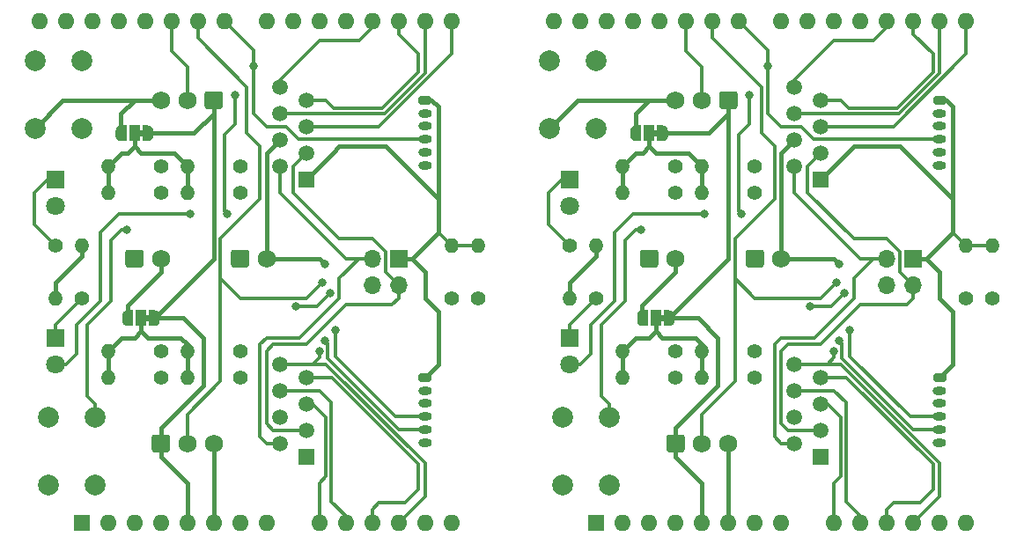
<source format=gbl>
%MOIN*%
%OFA0B0*%
%FSLAX46Y46*%
%IPPOS*%
%LPD*%
%ADD10C,0.0039370078740157488*%
%ADD11C,0.0039370078740157488*%
%ADD12R,0.03937007874015748X0.059055118110236227*%
%ADD13C,0.055118110236220472*%
%ADD14O,0.055118110236220472X0.055118110236220472*%
%ADD15O,0.062992125984251982X0.062992125984251982*%
%ADD16R,0.062992125984251982X0.062992125984251982*%
%ADD17C,0.070866141732283464*%
%ADD18R,0.070866141732283464X0.070866141732283464*%
%ADD19R,0.066929133858267723X0.066929133858267723*%
%ADD20O,0.066929133858267723X0.066929133858267723*%
%ADD21O,0.051181102362204731X0.031496062992125991*%
%ADD22C,0.068503937007874022*%
%ADD23R,0.059055118110236227X0.059055118110236227*%
%ADD24C,0.059055118110236227*%
%ADD25C,0.07874015748031496*%
%ADD26C,0.031496062992125991*%
%ADD27C,0.016*%
%ADD28C,0.012000000000000002*%
%ADD39C,0.0039370078740157488*%
%ADD40C,0.0039370078740157488*%
%ADD41R,0.03937007874015748X0.059055118110236227*%
%ADD42C,0.055118110236220472*%
%ADD43O,0.055118110236220472X0.055118110236220472*%
%ADD44O,0.062992125984251982X0.062992125984251982*%
%ADD45R,0.062992125984251982X0.062992125984251982*%
%ADD46C,0.070866141732283464*%
%ADD47R,0.070866141732283464X0.070866141732283464*%
%ADD48R,0.066929133858267723X0.066929133858267723*%
%ADD49O,0.066929133858267723X0.066929133858267723*%
%ADD50O,0.051181102362204731X0.031496062992125991*%
%ADD51C,0.068503937007874022*%
%ADD52R,0.059055118110236227X0.059055118110236227*%
%ADD53C,0.059055118110236227*%
%ADD54C,0.07874015748031496*%
%ADD55C,0.031496062992125991*%
%ADD56C,0.016*%
%ADD57C,0.012000000000000002*%
%LPD*%
G01*
D10*
G36*
X0000509842Y0001573031D02*
G01*
X0000490157Y0001573031D01*
X0000490157Y0001549409D01*
X0000509842Y0001549409D01*
X0000509842Y0001573031D01*
G37*
G36*
X0000534842Y0000873031D02*
G01*
X0000515157Y0000873031D01*
X0000515157Y0000849409D01*
X0000534842Y0000849409D01*
X0000534842Y0000873031D01*
G37*
D11*
G36*
X0000503937Y0001590748D02*
G01*
X0000525590Y0001590748D01*
X0000525590Y0001590724D01*
X0000526556Y0001590724D01*
X0000528478Y0001590534D01*
X0000530373Y0001590158D01*
X0000532222Y0001589597D01*
X0000534007Y0001588858D01*
X0000535710Y0001587947D01*
X0000537316Y0001586874D01*
X0000538810Y0001585648D01*
X0000540176Y0001584282D01*
X0000541401Y0001582789D01*
X0000542474Y0001581183D01*
X0000543385Y0001579479D01*
X0000544124Y0001577694D01*
X0000544685Y0001575846D01*
X0000545062Y0001573951D01*
X0000545251Y0001572028D01*
X0000545251Y0001571062D01*
X0000545275Y0001571062D01*
X0000545275Y0001551377D01*
X0000545251Y0001551377D01*
X0000545251Y0001550412D01*
X0000545062Y0001548489D01*
X0000544685Y0001546594D01*
X0000544124Y0001544746D01*
X0000543385Y0001542961D01*
X0000542474Y0001541257D01*
X0000541401Y0001539651D01*
X0000540176Y0001538158D01*
X0000538810Y0001536792D01*
X0000537316Y0001535566D01*
X0000535710Y0001534493D01*
X0000534007Y0001533582D01*
X0000532222Y0001532843D01*
X0000530373Y0001532282D01*
X0000528478Y0001531905D01*
X0000526556Y0001531716D01*
X0000525590Y0001531716D01*
X0000525590Y0001531692D01*
X0000503937Y0001531692D01*
X0000503937Y0001590748D01*
G37*
D12*
X0000474409Y0001561220D03*
D11*
G36*
X0000423228Y0001531716D02*
G01*
X0000422262Y0001531716D01*
X0000420339Y0001531905D01*
X0000418445Y0001532282D01*
X0000416596Y0001532843D01*
X0000414811Y0001533582D01*
X0000413108Y0001534493D01*
X0000411501Y0001535566D01*
X0000410008Y0001536792D01*
X0000408642Y0001538158D01*
X0000407417Y0001539651D01*
X0000406343Y0001541257D01*
X0000405433Y0001542961D01*
X0000404693Y0001544746D01*
X0000404133Y0001546594D01*
X0000403756Y0001548489D01*
X0000403566Y0001550412D01*
X0000403566Y0001551377D01*
X0000403543Y0001551377D01*
X0000403543Y0001571062D01*
X0000403566Y0001571062D01*
X0000403566Y0001572028D01*
X0000403756Y0001573951D01*
X0000404133Y0001575846D01*
X0000404693Y0001577694D01*
X0000405433Y0001579479D01*
X0000406343Y0001581183D01*
X0000407417Y0001582789D01*
X0000408642Y0001584282D01*
X0000410008Y0001585648D01*
X0000411501Y0001586874D01*
X0000413108Y0001587947D01*
X0000414811Y0001588858D01*
X0000416596Y0001589597D01*
X0000418445Y0001590158D01*
X0000420339Y0001590534D01*
X0000422262Y0001590724D01*
X0000423228Y0001590724D01*
X0000423228Y0001590748D01*
X0000444881Y0001590748D01*
X0000444881Y0001531692D01*
X0000423228Y0001531692D01*
X0000423228Y0001531716D01*
G37*
G36*
X0000528937Y0000890748D02*
G01*
X0000550590Y0000890748D01*
X0000550590Y0000890724D01*
X0000551556Y0000890724D01*
X0000553478Y0000890534D01*
X0000555373Y0000890158D01*
X0000557222Y0000889597D01*
X0000559007Y0000888858D01*
X0000560710Y0000887947D01*
X0000562316Y0000886874D01*
X0000563810Y0000885648D01*
X0000565176Y0000884282D01*
X0000566401Y0000882789D01*
X0000567474Y0000881183D01*
X0000568385Y0000879479D01*
X0000569124Y0000877694D01*
X0000569685Y0000875846D01*
X0000570062Y0000873951D01*
X0000570251Y0000872028D01*
X0000570251Y0000871062D01*
X0000570275Y0000871062D01*
X0000570275Y0000851377D01*
X0000570251Y0000851377D01*
X0000570251Y0000850412D01*
X0000570062Y0000848489D01*
X0000569685Y0000846594D01*
X0000569124Y0000844746D01*
X0000568385Y0000842961D01*
X0000567474Y0000841257D01*
X0000566401Y0000839651D01*
X0000565176Y0000838158D01*
X0000563810Y0000836792D01*
X0000562316Y0000835566D01*
X0000560710Y0000834493D01*
X0000559007Y0000833582D01*
X0000557222Y0000832843D01*
X0000555373Y0000832282D01*
X0000553478Y0000831905D01*
X0000551556Y0000831716D01*
X0000550590Y0000831716D01*
X0000550590Y0000831692D01*
X0000528937Y0000831692D01*
X0000528937Y0000890748D01*
G37*
D12*
X0000499409Y0000861220D03*
D11*
G36*
X0000448228Y0000831716D02*
G01*
X0000447262Y0000831716D01*
X0000445339Y0000831905D01*
X0000443445Y0000832282D01*
X0000441596Y0000832843D01*
X0000439811Y0000833582D01*
X0000438108Y0000834493D01*
X0000436501Y0000835566D01*
X0000435008Y0000836792D01*
X0000433642Y0000838158D01*
X0000432417Y0000839651D01*
X0000431343Y0000841257D01*
X0000430433Y0000842961D01*
X0000429694Y0000844746D01*
X0000429133Y0000846594D01*
X0000428756Y0000848489D01*
X0000428567Y0000850412D01*
X0000428567Y0000851377D01*
X0000428543Y0000851377D01*
X0000428543Y0000871062D01*
X0000428567Y0000871062D01*
X0000428567Y0000872028D01*
X0000428756Y0000873951D01*
X0000429133Y0000875846D01*
X0000429694Y0000877694D01*
X0000430433Y0000879479D01*
X0000431343Y0000881183D01*
X0000432417Y0000882789D01*
X0000433642Y0000884282D01*
X0000435008Y0000885648D01*
X0000436501Y0000886874D01*
X0000438108Y0000887947D01*
X0000439811Y0000888858D01*
X0000441596Y0000889597D01*
X0000443445Y0000890158D01*
X0000445339Y0000890534D01*
X0000447262Y0000890724D01*
X0000448228Y0000890724D01*
X0000448228Y0000890748D01*
X0000469881Y0000890748D01*
X0000469881Y0000831692D01*
X0000448228Y0000831692D01*
X0000448228Y0000831716D01*
G37*
D13*
X0000874409Y0000636220D03*
D14*
X0000674409Y0000636220D03*
D13*
X0000174409Y0001136220D03*
D14*
X0000174409Y0000936220D03*
D13*
X0000274409Y0000936220D03*
D14*
X0000274409Y0001136220D03*
D13*
X0000574409Y0000636220D03*
D14*
X0000374409Y0000636220D03*
D13*
X0000574409Y0000736220D03*
D14*
X0000374409Y0000736220D03*
D13*
X0000874409Y0000736220D03*
D14*
X0000674409Y0000736220D03*
D13*
X0000874409Y0001336220D03*
D14*
X0000674409Y0001336220D03*
D13*
X0000574409Y0001336220D03*
D14*
X0000374409Y0001336220D03*
D13*
X0000874409Y0001436220D03*
D14*
X0000674409Y0001436220D03*
D13*
X0000574409Y0001436220D03*
D14*
X0000374409Y0001436220D03*
D15*
X0001574409Y0001986220D03*
X0001674409Y0001986220D03*
X0001674409Y0000086220D03*
X0001574409Y0000086220D03*
X0000314566Y0001986220D03*
X0001474409Y0000086220D03*
X0000414566Y0001986220D03*
X0001374409Y0000086220D03*
X0000514566Y0001986220D03*
X0001274409Y0000086220D03*
X0000614566Y0001986220D03*
X0001174409Y0000086220D03*
X0000714566Y0001986220D03*
X0000974409Y0000086220D03*
X0000814566Y0001986220D03*
X0000874409Y0000086220D03*
X0000974409Y0001986220D03*
X0000774409Y0000086220D03*
X0001074409Y0001986220D03*
X0000674409Y0000086220D03*
X0001174409Y0001986220D03*
X0000574409Y0000086220D03*
X0001274409Y0001986220D03*
X0000474409Y0000086220D03*
X0001374409Y0001986220D03*
X0000374409Y0000086220D03*
X0001474409Y0001986220D03*
D16*
X0000274409Y0000086220D03*
D15*
X0000114566Y0001986220D03*
X0000214566Y0001986220D03*
D17*
X0000174409Y0001286220D03*
D18*
X0000174409Y0001386220D03*
X0000174409Y0000786220D03*
D17*
X0000174409Y0000686220D03*
D19*
X0001474409Y0001086220D03*
D20*
X0001374409Y0001086220D03*
X0001474409Y0000986220D03*
X0001374409Y0000986220D03*
G36*
G01*
X0001556692Y0000651968D02*
X0001592125Y0000651968D01*
G75*
G02*
X0001599999Y0000644094J-0000007874D01*
G01*
X0001599999Y0000628346D01*
G75*
G02*
X0001592125Y0000620472I-0000007874D01*
G01*
X0001556692Y0000620472D01*
G75*
G02*
X0001548818Y0000628346J0000007874D01*
G01*
X0001548818Y0000644094D01*
G75*
G02*
X0001556692Y0000651968I0000007874D01*
G01*
G37*
D21*
X0001574409Y0000587007D03*
X0001574409Y0000537795D03*
X0001574409Y0000488582D03*
X0001574409Y0000439370D03*
X0001574409Y0000390157D03*
G36*
G01*
X0000440157Y0001061810D02*
X0000440157Y0001110629D01*
G75*
G02*
X0000449999Y0001120472I0000009842D01*
G01*
X0000498818Y0001120472D01*
G75*
G02*
X0000508661Y0001110629J-0000009842D01*
G01*
X0000508661Y0001061810D01*
G75*
G02*
X0000498818Y0001051968I-0000009842D01*
G01*
X0000449999Y0001051968D01*
G75*
G02*
X0000440157Y0001061810J0000009842D01*
G01*
G37*
D22*
X0000574409Y0001086220D03*
G36*
G01*
X0000540157Y0000361810D02*
X0000540157Y0000410629D01*
G75*
G02*
X0000549999Y0000420472I0000009842D01*
G01*
X0000598818Y0000420472D01*
G75*
G02*
X0000608661Y0000410629J-0000009842D01*
G01*
X0000608661Y0000361810D01*
G75*
G02*
X0000598818Y0000351968I-0000009842D01*
G01*
X0000549999Y0000351968D01*
G75*
G02*
X0000540157Y0000361810J0000009842D01*
G01*
G37*
X0000674409Y0000386220D03*
X0000774409Y0000386220D03*
X0000574409Y0001686220D03*
X0000674409Y0001686220D03*
G36*
G01*
X0000808661Y0001710629D02*
X0000808661Y0001661810D01*
G75*
G02*
X0000798818Y0001651968I-0000009842D01*
G01*
X0000749999Y0001651968D01*
G75*
G02*
X0000740157Y0001661810J0000009842D01*
G01*
X0000740157Y0001710629D01*
G75*
G02*
X0000749999Y0001720472I0000009842D01*
G01*
X0000798818Y0001720472D01*
G75*
G02*
X0000808661Y0001710629J-0000009842D01*
G01*
G37*
D23*
X0001124409Y0000336220D03*
D24*
X0001024409Y0000386220D03*
X0001124409Y0000436220D03*
X0001024409Y0000486220D03*
X0001124409Y0000536220D03*
X0001024409Y0000586220D03*
X0001124409Y0000636220D03*
X0001024409Y0000686220D03*
X0001024409Y0001736220D03*
X0001124409Y0001686220D03*
X0001024409Y0001636220D03*
X0001124409Y0001586220D03*
X0001024409Y0001536220D03*
X0001124409Y0001486220D03*
X0001024409Y0001436220D03*
D23*
X0001124409Y0001386220D03*
D21*
X0001574409Y0001440157D03*
X0001574409Y0001489370D03*
X0001574409Y0001538582D03*
X0001574409Y0001587795D03*
X0001574409Y0001637007D03*
G36*
G01*
X0001556692Y0001701968D02*
X0001592125Y0001701968D01*
G75*
G02*
X0001599999Y0001694094J-0000007874D01*
G01*
X0001599999Y0001678346D01*
G75*
G02*
X0001592125Y0001670472I-0000007874D01*
G01*
X0001556692Y0001670472D01*
G75*
G02*
X0001548818Y0001678346J0000007874D01*
G01*
X0001548818Y0001694094D01*
G75*
G02*
X0001556692Y0001701968I0000007874D01*
G01*
G37*
D22*
X0000974409Y0001086220D03*
G36*
G01*
X0000840157Y0001061810D02*
X0000840157Y0001110629D01*
G75*
G02*
X0000849999Y0001120472I0000009842D01*
G01*
X0000898818Y0001120472D01*
G75*
G02*
X0000908661Y0001110629J-0000009842D01*
G01*
X0000908661Y0001061810D01*
G75*
G02*
X0000898818Y0001051968I-0000009842D01*
G01*
X0000849999Y0001051968D01*
G75*
G02*
X0000840157Y0001061810J0000009842D01*
G01*
G37*
D25*
X0000097244Y0001836220D03*
X0000274409Y0001836220D03*
X0000097244Y0001580314D03*
X0000274409Y0001580314D03*
X0000324409Y0000230314D03*
X0000147244Y0000230314D03*
X0000324409Y0000486220D03*
X0000147244Y0000486220D03*
D13*
X0001674409Y0000936220D03*
D14*
X0001674409Y0001136220D03*
X0001774409Y0001136220D03*
D13*
X0001774409Y0000936220D03*
D26*
X0001194409Y0001066220D03*
X0000924409Y0001816220D03*
X0000854409Y0001706220D03*
X0000824409Y0001256220D03*
X0000684409Y0001256220D03*
X0001194409Y0000776220D03*
X0001184409Y0000996220D03*
X0000444409Y0001196220D03*
X0001234409Y0000816220D03*
X0001214409Y0000956220D03*
X0001084409Y0000906220D03*
X0001174409Y0000736220D03*
D27*
X0000774409Y0000086220D02*
X0000774409Y0000386220D01*
X0000448228Y0000861220D02*
X0000448228Y0000910039D01*
X0000574409Y0001036220D02*
X0000574409Y0001086220D01*
X0000448228Y0000910039D02*
X0000574409Y0001036220D01*
X0000574409Y0001686220D02*
X0000484409Y0001686220D01*
X0000484409Y0001686220D02*
X0000474409Y0001686220D01*
X0000423228Y0001635039D02*
X0000423228Y0001561220D01*
X0000474409Y0001686220D02*
X0000423228Y0001635039D01*
X0000974409Y0001086220D02*
X0000974409Y0001486220D01*
X0000974409Y0001486220D02*
X0001024409Y0001536220D01*
X0000274409Y0001136220D02*
X0000274409Y0001096220D01*
X0000174409Y0000996220D02*
X0000174409Y0000936220D01*
X0000274409Y0001096220D02*
X0000174409Y0000996220D01*
X0000974409Y0001086220D02*
X0001174409Y0001086220D01*
X0001174409Y0001086220D02*
X0001194409Y0001066220D01*
X0000484409Y0001686220D02*
X0000203149Y0001686220D01*
X0000203149Y0001686220D02*
X0000097244Y0001580314D01*
D28*
X0001374409Y0001086220D02*
X0001324409Y0001086220D01*
X0000974409Y0000386220D02*
X0001024409Y0000386220D01*
X0000949409Y0000411220D02*
X0000974409Y0000386220D01*
X0000949409Y0000761220D02*
X0000949409Y0000411220D01*
X0000974409Y0000786220D02*
X0000949409Y0000761220D01*
X0001099409Y0000786220D02*
X0000974409Y0000786220D01*
X0001249409Y0000936220D02*
X0001099409Y0000786220D01*
X0001249409Y0001011220D02*
X0001249409Y0000936220D01*
X0001324409Y0001086220D02*
X0001249409Y0001011220D01*
X0001374409Y0001086220D02*
X0001274409Y0001086220D01*
X0001024409Y0001336220D02*
X0001024409Y0001436220D01*
X0001274409Y0001086220D02*
X0001024409Y0001336220D01*
X0001124409Y0000436220D02*
X0000999409Y0000436220D01*
X0001474409Y0000936220D02*
X0001474409Y0000986220D01*
X0001449409Y0000911220D02*
X0001474409Y0000936220D01*
X0001274409Y0000911220D02*
X0001449409Y0000911220D01*
X0001124409Y0000761220D02*
X0001274409Y0000911220D01*
X0000999409Y0000761220D02*
X0001124409Y0000761220D01*
X0000974409Y0000736220D02*
X0000999409Y0000761220D01*
X0000974409Y0000461220D02*
X0000974409Y0000736220D01*
X0000999409Y0000436220D02*
X0000974409Y0000461220D01*
X0001474409Y0000986220D02*
X0001424409Y0001036220D01*
X0001074409Y0001436220D02*
X0001124409Y0001486220D01*
X0001074409Y0001336220D02*
X0001074409Y0001436220D01*
X0001249409Y0001161220D02*
X0001074409Y0001336220D01*
X0001374409Y0001161220D02*
X0001249409Y0001161220D01*
X0001424409Y0001111220D02*
X0001374409Y0001161220D01*
X0001424409Y0001036220D02*
X0001424409Y0001111220D01*
X0000174409Y0001386220D02*
X0000144409Y0001386220D01*
X0000094409Y0001216220D02*
X0000174409Y0001136220D01*
X0000094409Y0001336220D02*
X0000094409Y0001216220D01*
X0000144409Y0001386220D02*
X0000094409Y0001336220D01*
X0001474409Y0001986220D02*
X0001474409Y0001936220D01*
X0001199409Y0001686220D02*
X0001124409Y0001686220D01*
X0001229535Y0001656094D02*
X0001199409Y0001686220D01*
X0001413071Y0001656094D02*
X0001229535Y0001656094D01*
X0001549409Y0001792432D02*
X0001413071Y0001656094D01*
X0001549409Y0001861220D02*
X0001549409Y0001792432D01*
X0001474409Y0001936220D02*
X0001549409Y0001861220D01*
X0001374409Y0001986220D02*
X0001374409Y0001961220D01*
X0001024409Y0001761220D02*
X0001024409Y0001736220D01*
X0001174409Y0001911220D02*
X0001024409Y0001761220D01*
X0001324409Y0001911220D02*
X0001174409Y0001911220D01*
X0001374409Y0001961220D02*
X0001324409Y0001911220D01*
D27*
X0000574409Y0000386220D02*
X0000574409Y0000336220D01*
X0000674409Y0000236220D02*
X0000674409Y0000086220D01*
X0000574409Y0000336220D02*
X0000674409Y0000236220D01*
X0001574409Y0000636220D02*
X0001624409Y0000686220D01*
X0001574409Y0001036220D02*
X0001524409Y0001086220D01*
X0001574409Y0000936220D02*
X0001574409Y0001036220D01*
X0001624409Y0000886220D02*
X0001574409Y0000936220D01*
X0001624409Y0000686220D02*
X0001624409Y0000886220D01*
X0001474409Y0001086220D02*
X0001524409Y0001086220D01*
X0001524409Y0001086220D02*
X0001624409Y0001186220D01*
X0001624409Y0001661220D02*
X0001624409Y0001636220D01*
X0001599409Y0001686220D02*
X0001624409Y0001661220D01*
X0001599409Y0001686220D02*
X0001574409Y0001686220D01*
X0001624409Y0001186220D02*
X0001624409Y0001311220D01*
X0001624409Y0001311220D02*
X0001624409Y0001636220D01*
X0000525590Y0001561220D02*
X0000699409Y0001561220D01*
X0000774409Y0001636220D02*
X0000774409Y0001686220D01*
X0000699409Y0001561220D02*
X0000774409Y0001636220D01*
X0000774409Y0001686220D02*
X0000774409Y0001085039D01*
X0000774409Y0001085039D02*
X0000550590Y0000861220D01*
X0001124409Y0001386220D02*
X0001224409Y0001486220D01*
X0001424409Y0001511220D02*
X0001624409Y0001311220D01*
X0001249409Y0001511220D02*
X0001424409Y0001511220D01*
X0001224409Y0001486220D02*
X0001249409Y0001511220D01*
X0000574409Y0000386220D02*
X0000574409Y0000446220D01*
X0000659409Y0000861220D02*
X0000550590Y0000861220D01*
X0000734409Y0000786220D02*
X0000659409Y0000861220D01*
X0000734409Y0000606220D02*
X0000734409Y0000786220D01*
X0000574409Y0000446220D02*
X0000734409Y0000606220D01*
D28*
X0001774409Y0001136220D02*
X0001674409Y0001136220D01*
X0001674409Y0001136220D02*
X0001624409Y0001186220D01*
X0001574409Y0001538582D02*
X0001097047Y0001538582D01*
X0000924409Y0001876377D02*
X0000814566Y0001986220D01*
X0000924409Y0001636220D02*
X0000924409Y0001816220D01*
X0000924409Y0001816220D02*
X0000924409Y0001876377D01*
X0000974409Y0001586220D02*
X0000924409Y0001636220D01*
X0001049409Y0001586220D02*
X0000974409Y0001586220D01*
X0001097047Y0001538582D02*
X0001049409Y0001586220D01*
X0000174409Y0000686220D02*
X0000214409Y0000686220D01*
X0000854409Y0001596220D02*
X0000854409Y0001706220D01*
X0000814409Y0001556220D02*
X0000854409Y0001596220D01*
X0000814409Y0001266220D02*
X0000814409Y0001556220D01*
X0000824409Y0001256220D02*
X0000814409Y0001266220D01*
X0000214409Y0000686220D02*
X0000254409Y0000726220D01*
X0000254409Y0000726220D02*
X0000254409Y0000836220D01*
X0000254409Y0000836220D02*
X0000344409Y0000926220D01*
X0000344409Y0000926220D02*
X0000344409Y0001186220D01*
X0000344409Y0001186220D02*
X0000414409Y0001256220D01*
X0000414409Y0001256220D02*
X0000684409Y0001256220D01*
X0000714566Y0001986220D02*
X0000714566Y0001921062D01*
X0000714566Y0001921062D02*
X0000899409Y0001736220D01*
X0000899409Y0001736220D02*
X0000899409Y0001561220D01*
X0000899409Y0001561220D02*
X0000949409Y0001511220D01*
X0000949409Y0001511220D02*
X0000949409Y0001311220D01*
X0000949409Y0001311220D02*
X0000799409Y0001161220D01*
X0000799409Y0001161220D02*
X0000799409Y0001011220D01*
X0000674409Y0000496220D02*
X0000674409Y0000386220D01*
X0000799409Y0001011220D02*
X0000799409Y0000621220D01*
X0000799409Y0000621220D02*
X0000674409Y0000496220D01*
X0001574409Y0000439370D02*
X0001474366Y0000439370D01*
X0001204409Y0000709326D02*
X0001224409Y0000689326D01*
X0001204409Y0000766220D02*
X0001204409Y0000709326D01*
X0001194409Y0000776220D02*
X0001204409Y0000766220D01*
X0001474366Y0000439370D02*
X0001224409Y0000689326D01*
X0000964409Y0000936220D02*
X0000874409Y0000936220D01*
X0001124409Y0000936220D02*
X0001024409Y0000936220D01*
X0001184409Y0000996220D02*
X0001124409Y0000936220D01*
X0001024409Y0000936220D02*
X0000964409Y0000936220D01*
X0000874409Y0000936220D02*
X0000799409Y0001011220D01*
X0000614566Y0001986220D02*
X0000614566Y0001871062D01*
X0000674409Y0001811220D02*
X0000674409Y0001686220D01*
X0000614566Y0001871062D02*
X0000674409Y0001811220D01*
X0000324409Y0000486220D02*
X0000324409Y0000536220D01*
X0000424409Y0001196220D02*
X0000444409Y0001196220D01*
X0000384409Y0001156220D02*
X0000424409Y0001196220D01*
X0000384409Y0000926220D02*
X0000384409Y0001156220D01*
X0000294409Y0000836220D02*
X0000384409Y0000926220D01*
X0000294409Y0000566220D02*
X0000294409Y0000836220D01*
X0000324409Y0000536220D02*
X0000294409Y0000566220D01*
X0001574409Y0000488582D02*
X0001462047Y0000488582D01*
X0001234409Y0000716220D02*
X0001234409Y0000816220D01*
X0001462047Y0000488582D02*
X0001234409Y0000716220D01*
X0001214409Y0000956220D02*
X0001164409Y0000906220D01*
X0001164409Y0000906220D02*
X0001084409Y0000906220D01*
X0001124409Y0001586220D02*
X0001399409Y0001586220D01*
X0001674409Y0001861220D02*
X0001674409Y0001986220D01*
X0001399409Y0001586220D02*
X0001674409Y0001861220D01*
X0001574409Y0001986220D02*
X0001574409Y0001789326D01*
X0001421303Y0001636220D02*
X0001024409Y0001636220D01*
X0001574409Y0001789326D02*
X0001421303Y0001636220D01*
X0000174409Y0000786220D02*
X0000174409Y0000836220D01*
X0000174409Y0000836220D02*
X0000274409Y0000936220D01*
X0001124409Y0000536220D02*
X0001149409Y0000536220D01*
X0001174409Y0000236220D02*
X0001174409Y0000086220D01*
X0001199409Y0000261220D02*
X0001174409Y0000236220D01*
X0001199409Y0000486220D02*
X0001199409Y0000261220D01*
X0001149409Y0000536220D02*
X0001199409Y0000486220D01*
X0001274409Y0000086220D02*
X0001274409Y0000111220D01*
X0001174409Y0000586220D02*
X0001024409Y0000586220D01*
X0001219283Y0000541346D02*
X0001174409Y0000586220D01*
X0001219283Y0000166346D02*
X0001219283Y0000541346D01*
X0001274409Y0000111220D02*
X0001219283Y0000166346D01*
X0001474409Y0000086220D02*
X0001574409Y0000186220D01*
X0001199409Y0000686220D02*
X0001149409Y0000686220D01*
X0001149409Y0000686220D02*
X0001024409Y0000686220D01*
X0001574409Y0000311220D02*
X0001199409Y0000686220D01*
X0001574409Y0000186220D02*
X0001574409Y0000311220D01*
X0001149409Y0000686220D02*
X0001174409Y0000711220D01*
X0001174409Y0000736220D02*
X0001174409Y0000711220D01*
X0001374409Y0000086220D02*
X0001374409Y0000136220D01*
X0001221303Y0000636220D02*
X0001124409Y0000636220D01*
X0001549409Y0000308114D02*
X0001221303Y0000636220D01*
X0001549409Y0000211220D02*
X0001549409Y0000308114D01*
X0001499409Y0000161220D02*
X0001549409Y0000211220D01*
X0001399409Y0000161220D02*
X0001499409Y0000161220D01*
X0001374409Y0000136220D02*
X0001399409Y0000161220D01*
D27*
X0000374409Y0000636220D02*
X0000374409Y0000736220D01*
X0000374409Y0000736220D02*
X0000424409Y0000786220D01*
X0000474409Y0000786220D02*
X0000499409Y0000811220D01*
X0000424409Y0000786220D02*
X0000474409Y0000786220D01*
X0000499409Y0000811220D02*
X0000499409Y0000861220D01*
X0000674409Y0000636220D02*
X0000674409Y0000736220D01*
X0000674409Y0000736220D02*
X0000674409Y0000761220D01*
X0000524409Y0000786220D02*
X0000499409Y0000811220D01*
X0000649409Y0000786220D02*
X0000524409Y0000786220D01*
X0000674409Y0000761220D02*
X0000649409Y0000786220D01*
X0000374409Y0001336220D02*
X0000374409Y0001436220D01*
X0000374409Y0001436220D02*
X0000424409Y0001486220D01*
X0000424409Y0001486220D02*
X0000449409Y0001486220D01*
X0000449409Y0001486220D02*
X0000474409Y0001511220D01*
X0000474409Y0001511220D02*
X0000474409Y0001561220D01*
X0000674409Y0001336220D02*
X0000674409Y0001436220D01*
X0000674409Y0001436220D02*
X0000624409Y0001486220D01*
X0000624409Y0001486220D02*
X0000499409Y0001486220D01*
X0000499409Y0001486220D02*
X0000474409Y0001511220D01*
G04 next file*
%LPD*%
G04 #@! TF.GenerationSoftware,KiCad,Pcbnew,(5.1.10)-1*
G04 #@! TF.CreationDate,2021-10-24T19:50:33-07:00*
G04 #@! TF.ProjectId,project,70726f6a-6563-4742-9e6b-696361645f70,rev?*
G04 #@! TF.SameCoordinates,Original*
G04 #@! TF.FileFunction,Copper,L2,Bot*
G04 #@! TF.FilePolarity,Positive*
G04 Gerber Fmt 4.6, Leading zero omitted, Abs format (unit mm)*
G04 Created by KiCad (PCBNEW (5.1.10)-1) date 2021-10-24 19:50:33*
G01*
G04 APERTURE LIST*
G04 #@! TA.AperFunction,EtchedComponent*
G04 #@! TD*
G04 #@! TA.AperFunction,SMDPad,CuDef*
G04 #@! TD*
G04 #@! TA.AperFunction,SMDPad,CuDef*
G04 #@! TD*
G04 #@! TA.AperFunction,ComponentPad*
G04 #@! TD*
G04 #@! TA.AperFunction,ComponentPad*
G04 #@! TD*
G04 #@! TA.AperFunction,ComponentPad*
G04 #@! TD*
G04 #@! TA.AperFunction,ComponentPad*
G04 #@! TD*
G04 #@! TA.AperFunction,ComponentPad*
G04 #@! TD*
G04 #@! TA.AperFunction,ComponentPad*
G04 #@! TD*
G04 #@! TA.AperFunction,ComponentPad*
G04 #@! TD*
G04 #@! TA.AperFunction,ComponentPad*
G04 #@! TD*
G04 #@! TA.AperFunction,ComponentPad*
G04 #@! TD*
G04 #@! TA.AperFunction,ComponentPad*
G04 #@! TD*
G04 #@! TA.AperFunction,ComponentPad*
G04 #@! TD*
G04 #@! TA.AperFunction,ComponentPad*
G04 #@! TD*
G04 #@! TA.AperFunction,ComponentPad*
G04 #@! TD*
G04 #@! TA.AperFunction,ViaPad*
G04 #@! TD*
G04 #@! TA.AperFunction,Conductor*
G04 #@! TD*
G04 #@! TA.AperFunction,Conductor*
G04 #@! TD*
G04 APERTURE END LIST*
D39*
G36*
X0002458661Y0001573031D02*
G01*
X0002438976Y0001573031D01*
X0002438976Y0001549409D01*
X0002458661Y0001549409D01*
X0002458661Y0001573031D01*
G37*
G36*
X0002483661Y0000873031D02*
G01*
X0002463976Y0000873031D01*
X0002463976Y0000849409D01*
X0002483661Y0000849409D01*
X0002483661Y0000873031D01*
G37*
G04 #@! TA.AperFunction,SMDPad,CuDef*
D40*
G36*
X0002452755Y0001590748D02*
G01*
X0002474409Y0001590748D01*
X0002474409Y0001590724D01*
X0002475375Y0001590724D01*
X0002477297Y0001590534D01*
X0002479192Y0001590158D01*
X0002481041Y0001589597D01*
X0002482825Y0001588858D01*
X0002484529Y0001587947D01*
X0002486135Y0001586874D01*
X0002487629Y0001585648D01*
X0002488995Y0001584282D01*
X0002490220Y0001582789D01*
X0002491293Y0001581183D01*
X0002492204Y0001579479D01*
X0002492943Y0001577694D01*
X0002493504Y0001575846D01*
X0002493881Y0001573951D01*
X0002494070Y0001572028D01*
X0002494070Y0001571062D01*
X0002494094Y0001571062D01*
X0002494094Y0001551377D01*
X0002494070Y0001551377D01*
X0002494070Y0001550412D01*
X0002493881Y0001548489D01*
X0002493504Y0001546594D01*
X0002492943Y0001544746D01*
X0002492204Y0001542961D01*
X0002491293Y0001541257D01*
X0002490220Y0001539651D01*
X0002488995Y0001538158D01*
X0002487629Y0001536792D01*
X0002486135Y0001535566D01*
X0002484529Y0001534493D01*
X0002482825Y0001533582D01*
X0002481041Y0001532843D01*
X0002479192Y0001532282D01*
X0002477297Y0001531905D01*
X0002475375Y0001531716D01*
X0002474409Y0001531716D01*
X0002474409Y0001531692D01*
X0002452755Y0001531692D01*
X0002452755Y0001590748D01*
G37*
G04 #@! TD.AperFunction*
D41*
X0002423228Y0001561220D03*
G04 #@! TA.AperFunction,SMDPad,CuDef*
D40*
G36*
X0002372047Y0001531716D02*
G01*
X0002371081Y0001531716D01*
X0002369158Y0001531905D01*
X0002367264Y0001532282D01*
X0002365415Y0001532843D01*
X0002363630Y0001533582D01*
X0002361927Y0001534493D01*
X0002360320Y0001535566D01*
X0002358827Y0001536792D01*
X0002357461Y0001538158D01*
X0002356236Y0001539651D01*
X0002355162Y0001541257D01*
X0002354252Y0001542961D01*
X0002353512Y0001544746D01*
X0002352952Y0001546594D01*
X0002352575Y0001548489D01*
X0002352385Y0001550412D01*
X0002352385Y0001551377D01*
X0002352362Y0001551377D01*
X0002352362Y0001571062D01*
X0002352385Y0001571062D01*
X0002352385Y0001572028D01*
X0002352575Y0001573951D01*
X0002352952Y0001575846D01*
X0002353512Y0001577694D01*
X0002354252Y0001579479D01*
X0002355162Y0001581183D01*
X0002356236Y0001582789D01*
X0002357461Y0001584282D01*
X0002358827Y0001585648D01*
X0002360320Y0001586874D01*
X0002361927Y0001587947D01*
X0002363630Y0001588858D01*
X0002365415Y0001589597D01*
X0002367264Y0001590158D01*
X0002369158Y0001590534D01*
X0002371081Y0001590724D01*
X0002372047Y0001590724D01*
X0002372047Y0001590748D01*
X0002393700Y0001590748D01*
X0002393700Y0001531692D01*
X0002372047Y0001531692D01*
X0002372047Y0001531716D01*
G37*
G04 #@! TD.AperFunction*
G04 #@! TA.AperFunction,SMDPad,CuDef*
G36*
X0002477755Y0000890748D02*
G01*
X0002499409Y0000890748D01*
X0002499409Y0000890724D01*
X0002500375Y0000890724D01*
X0002502297Y0000890534D01*
X0002504192Y0000890158D01*
X0002506041Y0000889597D01*
X0002507825Y0000888858D01*
X0002509529Y0000887947D01*
X0002511135Y0000886874D01*
X0002512629Y0000885648D01*
X0002513995Y0000884282D01*
X0002515220Y0000882789D01*
X0002516293Y0000881183D01*
X0002517204Y0000879479D01*
X0002517943Y0000877694D01*
X0002518504Y0000875846D01*
X0002518881Y0000873951D01*
X0002519070Y0000872028D01*
X0002519070Y0000871062D01*
X0002519094Y0000871062D01*
X0002519094Y0000851377D01*
X0002519070Y0000851377D01*
X0002519070Y0000850412D01*
X0002518881Y0000848489D01*
X0002518504Y0000846594D01*
X0002517943Y0000844746D01*
X0002517204Y0000842961D01*
X0002516293Y0000841257D01*
X0002515220Y0000839651D01*
X0002513995Y0000838158D01*
X0002512629Y0000836792D01*
X0002511135Y0000835566D01*
X0002509529Y0000834493D01*
X0002507825Y0000833582D01*
X0002506041Y0000832843D01*
X0002504192Y0000832282D01*
X0002502297Y0000831905D01*
X0002500375Y0000831716D01*
X0002499409Y0000831716D01*
X0002499409Y0000831692D01*
X0002477755Y0000831692D01*
X0002477755Y0000890748D01*
G37*
G04 #@! TD.AperFunction*
D41*
X0002448228Y0000861220D03*
G04 #@! TA.AperFunction,SMDPad,CuDef*
D40*
G36*
X0002397047Y0000831716D02*
G01*
X0002396081Y0000831716D01*
X0002394158Y0000831905D01*
X0002392264Y0000832282D01*
X0002390415Y0000832843D01*
X0002388630Y0000833582D01*
X0002386927Y0000834493D01*
X0002385320Y0000835566D01*
X0002383827Y0000836792D01*
X0002382461Y0000838158D01*
X0002381236Y0000839651D01*
X0002380162Y0000841257D01*
X0002379252Y0000842961D01*
X0002378512Y0000844746D01*
X0002377952Y0000846594D01*
X0002377575Y0000848489D01*
X0002377385Y0000850412D01*
X0002377385Y0000851377D01*
X0002377362Y0000851377D01*
X0002377362Y0000871062D01*
X0002377385Y0000871062D01*
X0002377385Y0000872028D01*
X0002377575Y0000873951D01*
X0002377952Y0000875846D01*
X0002378512Y0000877694D01*
X0002379252Y0000879479D01*
X0002380162Y0000881183D01*
X0002381236Y0000882789D01*
X0002382461Y0000884282D01*
X0002383827Y0000885648D01*
X0002385320Y0000886874D01*
X0002386927Y0000887947D01*
X0002388630Y0000888858D01*
X0002390415Y0000889597D01*
X0002392264Y0000890158D01*
X0002394158Y0000890534D01*
X0002396081Y0000890724D01*
X0002397047Y0000890724D01*
X0002397047Y0000890748D01*
X0002418700Y0000890748D01*
X0002418700Y0000831692D01*
X0002397047Y0000831692D01*
X0002397047Y0000831716D01*
G37*
G04 #@! TD.AperFunction*
D42*
X0002823228Y0000636220D03*
D43*
X0002623228Y0000636220D03*
D42*
X0002123228Y0001136220D03*
D43*
X0002123228Y0000936220D03*
D42*
X0002223228Y0000936220D03*
D43*
X0002223228Y0001136220D03*
D42*
X0002523228Y0000636220D03*
D43*
X0002323228Y0000636220D03*
D42*
X0002523228Y0000736220D03*
D43*
X0002323228Y0000736220D03*
D42*
X0002823228Y0000736220D03*
D43*
X0002623228Y0000736220D03*
D42*
X0002823228Y0001336220D03*
D43*
X0002623228Y0001336220D03*
D42*
X0002523228Y0001336220D03*
D43*
X0002323228Y0001336220D03*
D42*
X0002823228Y0001436220D03*
D43*
X0002623228Y0001436220D03*
D42*
X0002523228Y0001436220D03*
D43*
X0002323228Y0001436220D03*
D44*
X0003523228Y0001986220D03*
X0003623228Y0001986220D03*
X0003623228Y0000086220D03*
X0003523228Y0000086220D03*
X0002263385Y0001986220D03*
X0003423228Y0000086220D03*
X0002363385Y0001986220D03*
X0003323228Y0000086220D03*
X0002463385Y0001986220D03*
X0003223228Y0000086220D03*
X0002563385Y0001986220D03*
X0003123228Y0000086220D03*
X0002663385Y0001986220D03*
X0002923228Y0000086220D03*
X0002763385Y0001986220D03*
X0002823228Y0000086220D03*
X0002923228Y0001986220D03*
X0002723228Y0000086220D03*
X0003023228Y0001986220D03*
X0002623228Y0000086220D03*
X0003123228Y0001986220D03*
X0002523228Y0000086220D03*
X0003223228Y0001986220D03*
X0002423228Y0000086220D03*
X0003323228Y0001986220D03*
X0002323228Y0000086220D03*
X0003423228Y0001986220D03*
D45*
X0002223228Y0000086220D03*
D44*
X0002063385Y0001986220D03*
X0002163385Y0001986220D03*
D46*
X0002123228Y0001286220D03*
D47*
X0002123228Y0001386220D03*
X0002123228Y0000786220D03*
D46*
X0002123228Y0000686220D03*
D48*
X0003423228Y0001086220D03*
D49*
X0003323228Y0001086220D03*
X0003423228Y0000986220D03*
X0003323228Y0000986220D03*
G04 #@! TA.AperFunction,ComponentPad*
G36*
G01*
X0003505511Y0000651968D02*
X0003540944Y0000651968D01*
G75*
G02*
X0003548818Y0000644094J-0000007874D01*
G01*
X0003548818Y0000628346D01*
G75*
G02*
X0003540944Y0000620472I-0000007874D01*
G01*
X0003505511Y0000620472D01*
G75*
G02*
X0003497637Y0000628346J0000007874D01*
G01*
X0003497637Y0000644094D01*
G75*
G02*
X0003505511Y0000651968I0000007874D01*
G01*
G37*
G04 #@! TD.AperFunction*
D50*
X0003523228Y0000587007D03*
X0003523228Y0000537795D03*
X0003523228Y0000488582D03*
X0003523228Y0000439370D03*
X0003523228Y0000390157D03*
G04 #@! TA.AperFunction,ComponentPad*
G36*
G01*
X0002388976Y0001061810D02*
X0002388976Y0001110629D01*
G75*
G02*
X0002398818Y0001120472I0000009842D01*
G01*
X0002447637Y0001120472D01*
G75*
G02*
X0002457480Y0001110629J-0000009842D01*
G01*
X0002457480Y0001061810D01*
G75*
G02*
X0002447637Y0001051968I-0000009842D01*
G01*
X0002398818Y0001051968D01*
G75*
G02*
X0002388976Y0001061810J0000009842D01*
G01*
G37*
G04 #@! TD.AperFunction*
D51*
X0002523228Y0001086220D03*
G04 #@! TA.AperFunction,ComponentPad*
G36*
G01*
X0002488976Y0000361810D02*
X0002488976Y0000410629D01*
G75*
G02*
X0002498818Y0000420472I0000009842D01*
G01*
X0002547637Y0000420472D01*
G75*
G02*
X0002557480Y0000410629J-0000009842D01*
G01*
X0002557480Y0000361810D01*
G75*
G02*
X0002547637Y0000351968I-0000009842D01*
G01*
X0002498818Y0000351968D01*
G75*
G02*
X0002488976Y0000361810J0000009842D01*
G01*
G37*
G04 #@! TD.AperFunction*
X0002623228Y0000386220D03*
X0002723228Y0000386220D03*
X0002523228Y0001686220D03*
X0002623228Y0001686220D03*
G04 #@! TA.AperFunction,ComponentPad*
G36*
G01*
X0002757480Y0001710629D02*
X0002757480Y0001661810D01*
G75*
G02*
X0002747637Y0001651968I-0000009842D01*
G01*
X0002698818Y0001651968D01*
G75*
G02*
X0002688976Y0001661810J0000009842D01*
G01*
X0002688976Y0001710629D01*
G75*
G02*
X0002698818Y0001720472I0000009842D01*
G01*
X0002747637Y0001720472D01*
G75*
G02*
X0002757480Y0001710629J-0000009842D01*
G01*
G37*
G04 #@! TD.AperFunction*
D52*
X0003073228Y0000336220D03*
D53*
X0002973228Y0000386220D03*
X0003073228Y0000436220D03*
X0002973228Y0000486220D03*
X0003073228Y0000536220D03*
X0002973228Y0000586220D03*
X0003073228Y0000636220D03*
X0002973228Y0000686220D03*
X0002973228Y0001736220D03*
X0003073228Y0001686220D03*
X0002973228Y0001636220D03*
X0003073228Y0001586220D03*
X0002973228Y0001536220D03*
X0003073228Y0001486220D03*
X0002973228Y0001436220D03*
D52*
X0003073228Y0001386220D03*
D50*
X0003523228Y0001440157D03*
X0003523228Y0001489370D03*
X0003523228Y0001538582D03*
X0003523228Y0001587795D03*
X0003523228Y0001637007D03*
G04 #@! TA.AperFunction,ComponentPad*
G36*
G01*
X0003505511Y0001701968D02*
X0003540944Y0001701968D01*
G75*
G02*
X0003548818Y0001694094J-0000007874D01*
G01*
X0003548818Y0001678346D01*
G75*
G02*
X0003540944Y0001670472I-0000007874D01*
G01*
X0003505511Y0001670472D01*
G75*
G02*
X0003497637Y0001678346J0000007874D01*
G01*
X0003497637Y0001694094D01*
G75*
G02*
X0003505511Y0001701968I0000007874D01*
G01*
G37*
G04 #@! TD.AperFunction*
D51*
X0002923228Y0001086220D03*
G04 #@! TA.AperFunction,ComponentPad*
G36*
G01*
X0002788976Y0001061810D02*
X0002788976Y0001110629D01*
G75*
G02*
X0002798818Y0001120472I0000009842D01*
G01*
X0002847637Y0001120472D01*
G75*
G02*
X0002857480Y0001110629J-0000009842D01*
G01*
X0002857480Y0001061810D01*
G75*
G02*
X0002847637Y0001051968I-0000009842D01*
G01*
X0002798818Y0001051968D01*
G75*
G02*
X0002788976Y0001061810J0000009842D01*
G01*
G37*
G04 #@! TD.AperFunction*
D54*
X0002046062Y0001836220D03*
X0002223228Y0001836220D03*
X0002046062Y0001580314D03*
X0002223228Y0001580314D03*
X0002273228Y0000230314D03*
X0002096062Y0000230314D03*
X0002273228Y0000486220D03*
X0002096062Y0000486220D03*
D42*
X0003623228Y0000936220D03*
D43*
X0003623228Y0001136220D03*
X0003723228Y0001136220D03*
D42*
X0003723228Y0000936220D03*
D55*
X0003143228Y0001066220D03*
X0002873228Y0001816220D03*
X0002803228Y0001706220D03*
X0002773228Y0001256220D03*
X0002633228Y0001256220D03*
X0003143228Y0000776220D03*
X0003133228Y0000996220D03*
X0002393228Y0001196220D03*
X0003183228Y0000816220D03*
X0003163228Y0000956220D03*
X0003033228Y0000906220D03*
X0003123228Y0000736220D03*
D56*
X0002723228Y0000086220D02*
X0002723228Y0000386220D01*
X0002397047Y0000861220D02*
X0002397047Y0000910039D01*
X0002523228Y0001036220D02*
X0002523228Y0001086220D01*
X0002397047Y0000910039D02*
X0002523228Y0001036220D01*
X0002523228Y0001686220D02*
X0002433228Y0001686220D01*
X0002433228Y0001686220D02*
X0002423228Y0001686220D01*
X0002372047Y0001635039D02*
X0002372047Y0001561220D01*
X0002423228Y0001686220D02*
X0002372047Y0001635039D01*
X0002923228Y0001086220D02*
X0002923228Y0001486220D01*
X0002923228Y0001486220D02*
X0002973228Y0001536220D01*
X0002223228Y0001136220D02*
X0002223228Y0001096220D01*
X0002123228Y0000996220D02*
X0002123228Y0000936220D01*
X0002223228Y0001096220D02*
X0002123228Y0000996220D01*
X0002923228Y0001086220D02*
X0003123228Y0001086220D01*
X0003123228Y0001086220D02*
X0003143228Y0001066220D01*
X0002433228Y0001686220D02*
X0002151968Y0001686220D01*
X0002151968Y0001686220D02*
X0002046062Y0001580314D01*
D57*
X0003323228Y0001086220D02*
X0003273228Y0001086220D01*
X0002923228Y0000386220D02*
X0002973228Y0000386220D01*
X0002898228Y0000411220D02*
X0002923228Y0000386220D01*
X0002898228Y0000761220D02*
X0002898228Y0000411220D01*
X0002923228Y0000786220D02*
X0002898228Y0000761220D01*
X0003048228Y0000786220D02*
X0002923228Y0000786220D01*
X0003198228Y0000936220D02*
X0003048228Y0000786220D01*
X0003198228Y0001011220D02*
X0003198228Y0000936220D01*
X0003273228Y0001086220D02*
X0003198228Y0001011220D01*
X0003323228Y0001086220D02*
X0003223228Y0001086220D01*
X0002973228Y0001336220D02*
X0002973228Y0001436220D01*
X0003223228Y0001086220D02*
X0002973228Y0001336220D01*
X0003073228Y0000436220D02*
X0002948228Y0000436220D01*
X0003423228Y0000936220D02*
X0003423228Y0000986220D01*
X0003398228Y0000911220D02*
X0003423228Y0000936220D01*
X0003223228Y0000911220D02*
X0003398228Y0000911220D01*
X0003073228Y0000761220D02*
X0003223228Y0000911220D01*
X0002948228Y0000761220D02*
X0003073228Y0000761220D01*
X0002923228Y0000736220D02*
X0002948228Y0000761220D01*
X0002923228Y0000461220D02*
X0002923228Y0000736220D01*
X0002948228Y0000436220D02*
X0002923228Y0000461220D01*
X0003423228Y0000986220D02*
X0003373228Y0001036220D01*
X0003023228Y0001436220D02*
X0003073228Y0001486220D01*
X0003023228Y0001336220D02*
X0003023228Y0001436220D01*
X0003198228Y0001161220D02*
X0003023228Y0001336220D01*
X0003323228Y0001161220D02*
X0003198228Y0001161220D01*
X0003373228Y0001111220D02*
X0003323228Y0001161220D01*
X0003373228Y0001036220D02*
X0003373228Y0001111220D01*
X0002123228Y0001386220D02*
X0002093228Y0001386220D01*
X0002043228Y0001216220D02*
X0002123228Y0001136220D01*
X0002043228Y0001336220D02*
X0002043228Y0001216220D01*
X0002093228Y0001386220D02*
X0002043228Y0001336220D01*
X0003423228Y0001986220D02*
X0003423228Y0001936220D01*
X0003148228Y0001686220D02*
X0003073228Y0001686220D01*
X0003178354Y0001656094D02*
X0003148228Y0001686220D01*
X0003361890Y0001656094D02*
X0003178354Y0001656094D01*
X0003498228Y0001792432D02*
X0003361890Y0001656094D01*
X0003498228Y0001861220D02*
X0003498228Y0001792432D01*
X0003423228Y0001936220D02*
X0003498228Y0001861220D01*
X0003323228Y0001986220D02*
X0003323228Y0001961220D01*
X0002973228Y0001761220D02*
X0002973228Y0001736220D01*
X0003123228Y0001911220D02*
X0002973228Y0001761220D01*
X0003273228Y0001911220D02*
X0003123228Y0001911220D01*
X0003323228Y0001961220D02*
X0003273228Y0001911220D01*
D56*
X0002523228Y0000386220D02*
X0002523228Y0000336220D01*
X0002623228Y0000236220D02*
X0002623228Y0000086220D01*
X0002523228Y0000336220D02*
X0002623228Y0000236220D01*
X0003523228Y0000636220D02*
X0003573228Y0000686220D01*
X0003523228Y0001036220D02*
X0003473228Y0001086220D01*
X0003523228Y0000936220D02*
X0003523228Y0001036220D01*
X0003573228Y0000886220D02*
X0003523228Y0000936220D01*
X0003573228Y0000686220D02*
X0003573228Y0000886220D01*
X0003423228Y0001086220D02*
X0003473228Y0001086220D01*
X0003473228Y0001086220D02*
X0003573228Y0001186220D01*
X0003573228Y0001661220D02*
X0003573228Y0001636220D01*
X0003548228Y0001686220D02*
X0003573228Y0001661220D01*
X0003548228Y0001686220D02*
X0003523228Y0001686220D01*
X0003573228Y0001186220D02*
X0003573228Y0001311220D01*
X0003573228Y0001311220D02*
X0003573228Y0001636220D01*
X0002474409Y0001561220D02*
X0002648228Y0001561220D01*
X0002723228Y0001636220D02*
X0002723228Y0001686220D01*
X0002648228Y0001561220D02*
X0002723228Y0001636220D01*
X0002723228Y0001686220D02*
X0002723228Y0001085039D01*
X0002723228Y0001085039D02*
X0002499409Y0000861220D01*
X0003073228Y0001386220D02*
X0003173228Y0001486220D01*
X0003373228Y0001511220D02*
X0003573228Y0001311220D01*
X0003198228Y0001511220D02*
X0003373228Y0001511220D01*
X0003173228Y0001486220D02*
X0003198228Y0001511220D01*
X0002523228Y0000386220D02*
X0002523228Y0000446220D01*
X0002608228Y0000861220D02*
X0002499409Y0000861220D01*
X0002683228Y0000786220D02*
X0002608228Y0000861220D01*
X0002683228Y0000606220D02*
X0002683228Y0000786220D01*
X0002523228Y0000446220D02*
X0002683228Y0000606220D01*
D57*
X0003723228Y0001136220D02*
X0003623228Y0001136220D01*
X0003623228Y0001136220D02*
X0003573228Y0001186220D01*
X0003523228Y0001538582D02*
X0003045866Y0001538582D01*
X0002873228Y0001876377D02*
X0002763385Y0001986220D01*
X0002873228Y0001636220D02*
X0002873228Y0001816220D01*
X0002873228Y0001816220D02*
X0002873228Y0001876377D01*
X0002923228Y0001586220D02*
X0002873228Y0001636220D01*
X0002998228Y0001586220D02*
X0002923228Y0001586220D01*
X0003045866Y0001538582D02*
X0002998228Y0001586220D01*
X0002123228Y0000686220D02*
X0002163228Y0000686220D01*
X0002803228Y0001596220D02*
X0002803228Y0001706220D01*
X0002763228Y0001556220D02*
X0002803228Y0001596220D01*
X0002763228Y0001266220D02*
X0002763228Y0001556220D01*
X0002773228Y0001256220D02*
X0002763228Y0001266220D01*
X0002163228Y0000686220D02*
X0002203228Y0000726220D01*
X0002203228Y0000726220D02*
X0002203228Y0000836220D01*
X0002203228Y0000836220D02*
X0002293228Y0000926220D01*
X0002293228Y0000926220D02*
X0002293228Y0001186220D01*
X0002293228Y0001186220D02*
X0002363228Y0001256220D01*
X0002363228Y0001256220D02*
X0002633228Y0001256220D01*
X0002663385Y0001986220D02*
X0002663385Y0001921062D01*
X0002663385Y0001921062D02*
X0002848228Y0001736220D01*
X0002848228Y0001736220D02*
X0002848228Y0001561220D01*
X0002848228Y0001561220D02*
X0002898228Y0001511220D01*
X0002898228Y0001511220D02*
X0002898228Y0001311220D01*
X0002898228Y0001311220D02*
X0002748228Y0001161220D01*
X0002748228Y0001161220D02*
X0002748228Y0001011220D01*
X0002623228Y0000496220D02*
X0002623228Y0000386220D01*
X0002748228Y0001011220D02*
X0002748228Y0000621220D01*
X0002748228Y0000621220D02*
X0002623228Y0000496220D01*
X0003523228Y0000439370D02*
X0003423184Y0000439370D01*
X0003153228Y0000709326D02*
X0003173228Y0000689326D01*
X0003153228Y0000766220D02*
X0003153228Y0000709326D01*
X0003143228Y0000776220D02*
X0003153228Y0000766220D01*
X0003423184Y0000439370D02*
X0003173228Y0000689326D01*
X0002913228Y0000936220D02*
X0002823228Y0000936220D01*
X0003073228Y0000936220D02*
X0002973228Y0000936220D01*
X0003133228Y0000996220D02*
X0003073228Y0000936220D01*
X0002973228Y0000936220D02*
X0002913228Y0000936220D01*
X0002823228Y0000936220D02*
X0002748228Y0001011220D01*
X0002563385Y0001986220D02*
X0002563385Y0001871062D01*
X0002623228Y0001811220D02*
X0002623228Y0001686220D01*
X0002563385Y0001871062D02*
X0002623228Y0001811220D01*
X0002273228Y0000486220D02*
X0002273228Y0000536220D01*
X0002373228Y0001196220D02*
X0002393228Y0001196220D01*
X0002333228Y0001156220D02*
X0002373228Y0001196220D01*
X0002333228Y0000926220D02*
X0002333228Y0001156220D01*
X0002243228Y0000836220D02*
X0002333228Y0000926220D01*
X0002243228Y0000566220D02*
X0002243228Y0000836220D01*
X0002273228Y0000536220D02*
X0002243228Y0000566220D01*
X0003523228Y0000488582D02*
X0003410866Y0000488582D01*
X0003183228Y0000716220D02*
X0003183228Y0000816220D01*
X0003410866Y0000488582D02*
X0003183228Y0000716220D01*
X0003163228Y0000956220D02*
X0003113228Y0000906220D01*
X0003113228Y0000906220D02*
X0003033228Y0000906220D01*
X0003073228Y0001586220D02*
X0003348228Y0001586220D01*
X0003623228Y0001861220D02*
X0003623228Y0001986220D01*
X0003348228Y0001586220D02*
X0003623228Y0001861220D01*
X0003523228Y0001986220D02*
X0003523228Y0001789326D01*
X0003370122Y0001636220D02*
X0002973228Y0001636220D01*
X0003523228Y0001789326D02*
X0003370122Y0001636220D01*
X0002123228Y0000786220D02*
X0002123228Y0000836220D01*
X0002123228Y0000836220D02*
X0002223228Y0000936220D01*
X0003073228Y0000536220D02*
X0003098228Y0000536220D01*
X0003123228Y0000236220D02*
X0003123228Y0000086220D01*
X0003148228Y0000261220D02*
X0003123228Y0000236220D01*
X0003148228Y0000486220D02*
X0003148228Y0000261220D01*
X0003098228Y0000536220D02*
X0003148228Y0000486220D01*
X0003223228Y0000086220D02*
X0003223228Y0000111220D01*
X0003123228Y0000586220D02*
X0002973228Y0000586220D01*
X0003168102Y0000541346D02*
X0003123228Y0000586220D01*
X0003168102Y0000166346D02*
X0003168102Y0000541346D01*
X0003223228Y0000111220D02*
X0003168102Y0000166346D01*
X0003423228Y0000086220D02*
X0003523228Y0000186220D01*
X0003148228Y0000686220D02*
X0003098228Y0000686220D01*
X0003098228Y0000686220D02*
X0002973228Y0000686220D01*
X0003523228Y0000311220D02*
X0003148228Y0000686220D01*
X0003523228Y0000186220D02*
X0003523228Y0000311220D01*
X0003098228Y0000686220D02*
X0003123228Y0000711220D01*
X0003123228Y0000736220D02*
X0003123228Y0000711220D01*
X0003323228Y0000086220D02*
X0003323228Y0000136220D01*
X0003170122Y0000636220D02*
X0003073228Y0000636220D01*
X0003498228Y0000308114D02*
X0003170122Y0000636220D01*
X0003498228Y0000211220D02*
X0003498228Y0000308114D01*
X0003448228Y0000161220D02*
X0003498228Y0000211220D01*
X0003348228Y0000161220D02*
X0003448228Y0000161220D01*
X0003323228Y0000136220D02*
X0003348228Y0000161220D01*
D56*
X0002323228Y0000636220D02*
X0002323228Y0000736220D01*
X0002323228Y0000736220D02*
X0002373228Y0000786220D01*
X0002423228Y0000786220D02*
X0002448228Y0000811220D01*
X0002373228Y0000786220D02*
X0002423228Y0000786220D01*
X0002448228Y0000811220D02*
X0002448228Y0000861220D01*
X0002623228Y0000636220D02*
X0002623228Y0000736220D01*
X0002623228Y0000736220D02*
X0002623228Y0000761220D01*
X0002473228Y0000786220D02*
X0002448228Y0000811220D01*
X0002598228Y0000786220D02*
X0002473228Y0000786220D01*
X0002623228Y0000761220D02*
X0002598228Y0000786220D01*
X0002323228Y0001336220D02*
X0002323228Y0001436220D01*
X0002323228Y0001436220D02*
X0002373228Y0001486220D01*
X0002373228Y0001486220D02*
X0002398228Y0001486220D01*
X0002398228Y0001486220D02*
X0002423228Y0001511220D01*
X0002423228Y0001511220D02*
X0002423228Y0001561220D01*
X0002623228Y0001336220D02*
X0002623228Y0001436220D01*
X0002623228Y0001436220D02*
X0002573228Y0001486220D01*
X0002573228Y0001486220D02*
X0002448228Y0001486220D01*
X0002448228Y0001486220D02*
X0002423228Y0001511220D01*
M02*
</source>
